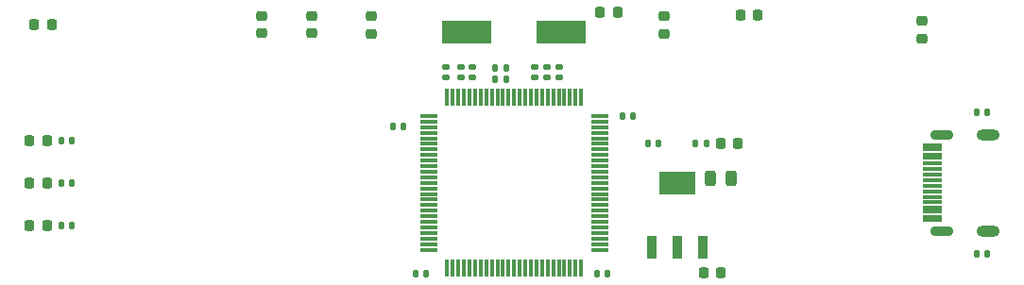
<source format=gtp>
G04 #@! TF.GenerationSoftware,KiCad,Pcbnew,6.0.10-86aedd382b~118~ubuntu22.04.1*
G04 #@! TF.CreationDate,2023-01-23T14:57:36-08:00*
G04 #@! TF.ProjectId,ch348_octo_serial_minim,63683334-385f-46f6-9374-6f5f73657269,rev?*
G04 #@! TF.SameCoordinates,Original*
G04 #@! TF.FileFunction,Paste,Top*
G04 #@! TF.FilePolarity,Positive*
%FSLAX46Y46*%
G04 Gerber Fmt 4.6, Leading zero omitted, Abs format (unit mm)*
G04 Created by KiCad (PCBNEW 6.0.10-86aedd382b~118~ubuntu22.04.1) date 2023-01-23 14:57:36*
%MOMM*%
%LPD*%
G01*
G04 APERTURE LIST*
G04 Aperture macros list*
%AMRoundRect*
0 Rectangle with rounded corners*
0 $1 Rounding radius*
0 $2 $3 $4 $5 $6 $7 $8 $9 X,Y pos of 4 corners*
0 Add a 4 corners polygon primitive as box body*
4,1,4,$2,$3,$4,$5,$6,$7,$8,$9,$2,$3,0*
0 Add four circle primitives for the rounded corners*
1,1,$1+$1,$2,$3*
1,1,$1+$1,$4,$5*
1,1,$1+$1,$6,$7*
1,1,$1+$1,$8,$9*
0 Add four rect primitives between the rounded corners*
20,1,$1+$1,$2,$3,$4,$5,0*
20,1,$1+$1,$4,$5,$6,$7,0*
20,1,$1+$1,$6,$7,$8,$9,0*
20,1,$1+$1,$8,$9,$2,$3,0*%
G04 Aperture macros list end*
%ADD10RoundRect,0.147500X-0.147500X-0.172500X0.147500X-0.172500X0.147500X0.172500X-0.147500X0.172500X0*%
%ADD11RoundRect,0.218750X-0.218750X-0.256250X0.218750X-0.256250X0.218750X0.256250X-0.218750X0.256250X0*%
%ADD12R,0.950000X2.150000*%
%ADD13R,3.250000X2.150000*%
%ADD14RoundRect,0.147500X-0.172500X0.147500X-0.172500X-0.147500X0.172500X-0.147500X0.172500X0.147500X0*%
%ADD15RoundRect,0.218750X0.256250X-0.218750X0.256250X0.218750X-0.256250X0.218750X-0.256250X-0.218750X0*%
%ADD16RoundRect,0.147500X0.147500X0.172500X-0.147500X0.172500X-0.147500X-0.172500X0.147500X-0.172500X0*%
%ADD17RoundRect,0.218750X-0.256250X0.218750X-0.256250X-0.218750X0.256250X-0.218750X0.256250X0.218750X0*%
%ADD18RoundRect,0.218750X0.218750X0.256250X-0.218750X0.256250X-0.218750X-0.256250X0.218750X-0.256250X0*%
%ADD19RoundRect,0.147500X0.172500X-0.147500X0.172500X0.147500X-0.172500X0.147500X-0.172500X-0.147500X0*%
%ADD20R,4.500000X2.000000*%
%ADD21RoundRect,0.243750X-0.243750X-0.456250X0.243750X-0.456250X0.243750X0.456250X-0.243750X0.456250X0*%
%ADD22R,1.750000X0.300000*%
%ADD23O,2.100000X1.000000*%
%ADD24O,2.100000X0.900000*%
%ADD25RoundRect,0.075000X-0.075000X0.725000X-0.075000X-0.725000X0.075000X-0.725000X0.075000X0.725000X0*%
%ADD26RoundRect,0.075000X-0.725000X0.075000X-0.725000X-0.075000X0.725000X-0.075000X0.725000X0.075000X0*%
G04 APERTURE END LIST*
D10*
G04 #@! TO.C,R9*
X72413000Y-87630000D03*
X73383000Y-87630000D03*
G04 #@! TD*
G04 #@! TO.C,R1*
X129275000Y-80300000D03*
X130245000Y-80300000D03*
G04 #@! TD*
D11*
G04 #@! TO.C,C13*
X120712500Y-68500000D03*
X122287500Y-68500000D03*
G04 #@! TD*
D12*
G04 #@! TO.C,VR1*
X125340000Y-89600000D03*
X127640000Y-89600000D03*
X129940000Y-89600000D03*
D13*
X127640000Y-83800000D03*
G04 #@! TD*
D14*
G04 #@! TO.C,C5*
X106900000Y-73430000D03*
X106900000Y-74400000D03*
G04 #@! TD*
D11*
G04 #@! TO.C,D4*
X69570500Y-87630000D03*
X71145500Y-87630000D03*
G04 #@! TD*
D15*
G04 #@! TO.C,C20*
X100200000Y-70437500D03*
X100200000Y-68862500D03*
G04 #@! TD*
D16*
G04 #@! TO.C,C3*
X112285000Y-73484000D03*
X111315000Y-73484000D03*
G04 #@! TD*
G04 #@! TO.C,R6*
X125961000Y-80264000D03*
X124991000Y-80264000D03*
G04 #@! TD*
D11*
G04 #@! TO.C,C1*
X130012500Y-91900000D03*
X131587500Y-91900000D03*
G04 #@! TD*
D14*
G04 #@! TO.C,R7*
X116000000Y-73430000D03*
X116000000Y-74400000D03*
G04 #@! TD*
D16*
G04 #@! TO.C,C9*
X103101000Y-78740000D03*
X102131000Y-78740000D03*
G04 #@! TD*
D17*
G04 #@! TO.C,C16*
X149550000Y-69300000D03*
X149550000Y-70875000D03*
G04 #@! TD*
D10*
G04 #@! TO.C,R4*
X111315000Y-74500000D03*
X112285000Y-74500000D03*
G04 #@! TD*
D16*
G04 #@! TO.C,C12*
X105133000Y-91948000D03*
X104163000Y-91948000D03*
G04 #@! TD*
D10*
G04 #@! TO.C,C6*
X122715000Y-77800000D03*
X123685000Y-77800000D03*
G04 #@! TD*
D16*
G04 #@! TO.C,R5*
X73383000Y-80010000D03*
X72413000Y-80010000D03*
G04 #@! TD*
D15*
G04 #@! TO.C,C19*
X94900000Y-70387500D03*
X94900000Y-68812500D03*
G04 #@! TD*
D14*
G04 #@! TO.C,C4*
X117100000Y-73430000D03*
X117100000Y-74400000D03*
G04 #@! TD*
D11*
G04 #@! TO.C,D3*
X69570500Y-83820000D03*
X71145500Y-83820000D03*
G04 #@! TD*
D18*
G04 #@! TO.C,D1*
X133087500Y-80300000D03*
X131512500Y-80300000D03*
G04 #@! TD*
D19*
G04 #@! TO.C,C7*
X114900000Y-74400000D03*
X114900000Y-73430000D03*
G04 #@! TD*
D10*
G04 #@! TO.C,R2*
X154455000Y-90170000D03*
X155425000Y-90170000D03*
G04 #@! TD*
D11*
G04 #@! TO.C,D2*
X69570500Y-80010000D03*
X71145500Y-80010000D03*
G04 #@! TD*
D16*
G04 #@! TO.C,R8*
X73383000Y-83820000D03*
X72413000Y-83820000D03*
G04 #@! TD*
D20*
G04 #@! TO.C,X1*
X117280000Y-70300000D03*
X108780000Y-70300000D03*
G04 #@! TD*
D16*
G04 #@! TO.C,R3*
X155425000Y-77470000D03*
X154455000Y-77470000D03*
G04 #@! TD*
D18*
G04 #@! TO.C,C17*
X71587500Y-69600000D03*
X70012500Y-69600000D03*
G04 #@! TD*
D21*
G04 #@! TO.C,C2*
X130639500Y-83398000D03*
X132514500Y-83398000D03*
G04 #@! TD*
D15*
G04 #@! TO.C,C14*
X126500000Y-70437500D03*
X126500000Y-68862500D03*
G04 #@! TD*
D22*
G04 #@! TO.C,J1*
X150520000Y-87170000D03*
X150520000Y-86370000D03*
X150520000Y-85070000D03*
X150520000Y-84070000D03*
X150520000Y-83570000D03*
X150520000Y-82570000D03*
X150520000Y-81270000D03*
X150520000Y-80470000D03*
X150520000Y-80770000D03*
X150520000Y-81570000D03*
X150520000Y-82070000D03*
X150520000Y-83070000D03*
X150520000Y-84570000D03*
X150520000Y-85570000D03*
X150520000Y-86070000D03*
X150520000Y-86870000D03*
D23*
X155540000Y-79500000D03*
X155540000Y-88140000D03*
D24*
X151360000Y-88140000D03*
X151360000Y-79500000D03*
G04 #@! TD*
D25*
G04 #@! TO.C,U1*
X119030000Y-76145000D03*
X118530000Y-76145000D03*
X118030000Y-76145000D03*
X117530000Y-76145000D03*
X117030000Y-76145000D03*
X116530000Y-76145000D03*
X116030000Y-76145000D03*
X115530000Y-76145000D03*
X115030000Y-76145000D03*
X114530000Y-76145000D03*
X114030000Y-76145000D03*
X113530000Y-76145000D03*
X113030000Y-76145000D03*
X112530000Y-76145000D03*
X112030000Y-76145000D03*
X111530000Y-76145000D03*
X111030000Y-76145000D03*
X110530000Y-76145000D03*
X110030000Y-76145000D03*
X109530000Y-76145000D03*
X109030000Y-76145000D03*
X108530000Y-76145000D03*
X108030000Y-76145000D03*
X107530000Y-76145000D03*
X107030000Y-76145000D03*
D26*
X105355000Y-77820000D03*
X105355000Y-78320000D03*
X105355000Y-78820000D03*
X105355000Y-79320000D03*
X105355000Y-79820000D03*
X105355000Y-80320000D03*
X105355000Y-80820000D03*
X105355000Y-81320000D03*
X105355000Y-81820000D03*
X105355000Y-82320000D03*
X105355000Y-82820000D03*
X105355000Y-83320000D03*
X105355000Y-83820000D03*
X105355000Y-84320000D03*
X105355000Y-84820000D03*
X105355000Y-85320000D03*
X105355000Y-85820000D03*
X105355000Y-86320000D03*
X105355000Y-86820000D03*
X105355000Y-87320000D03*
X105355000Y-87820000D03*
X105355000Y-88320000D03*
X105355000Y-88820000D03*
X105355000Y-89320000D03*
X105355000Y-89820000D03*
D25*
X107030000Y-91495000D03*
X107530000Y-91495000D03*
X108030000Y-91495000D03*
X108530000Y-91495000D03*
X109030000Y-91495000D03*
X109530000Y-91495000D03*
X110030000Y-91495000D03*
X110530000Y-91495000D03*
X111030000Y-91495000D03*
X111530000Y-91495000D03*
X112030000Y-91495000D03*
X112530000Y-91495000D03*
X113030000Y-91495000D03*
X113530000Y-91495000D03*
X114030000Y-91495000D03*
X114530000Y-91495000D03*
X115030000Y-91495000D03*
X115530000Y-91495000D03*
X116030000Y-91495000D03*
X116530000Y-91495000D03*
X117030000Y-91495000D03*
X117530000Y-91495000D03*
X118030000Y-91495000D03*
X118530000Y-91495000D03*
X119030000Y-91495000D03*
D26*
X120705000Y-89820000D03*
X120705000Y-89320000D03*
X120705000Y-88820000D03*
X120705000Y-88320000D03*
X120705000Y-87820000D03*
X120705000Y-87320000D03*
X120705000Y-86820000D03*
X120705000Y-86320000D03*
X120705000Y-85820000D03*
X120705000Y-85320000D03*
X120705000Y-84820000D03*
X120705000Y-84320000D03*
X120705000Y-83820000D03*
X120705000Y-83320000D03*
X120705000Y-82820000D03*
X120705000Y-82320000D03*
X120705000Y-81820000D03*
X120705000Y-81320000D03*
X120705000Y-80820000D03*
X120705000Y-80320000D03*
X120705000Y-79820000D03*
X120705000Y-79320000D03*
X120705000Y-78820000D03*
X120705000Y-78320000D03*
X120705000Y-77820000D03*
G04 #@! TD*
D10*
G04 #@! TO.C,C11*
X120419000Y-91948000D03*
X121389000Y-91948000D03*
G04 #@! TD*
D15*
G04 #@! TO.C,C18*
X90400000Y-70387500D03*
X90400000Y-68812500D03*
G04 #@! TD*
D19*
G04 #@! TO.C,C10*
X109300000Y-74400000D03*
X109300000Y-73430000D03*
G04 #@! TD*
G04 #@! TO.C,C8*
X108284000Y-74400000D03*
X108284000Y-73430000D03*
G04 #@! TD*
D18*
G04 #@! TO.C,C15*
X134887500Y-68800000D03*
X133312500Y-68800000D03*
G04 #@! TD*
M02*

</source>
